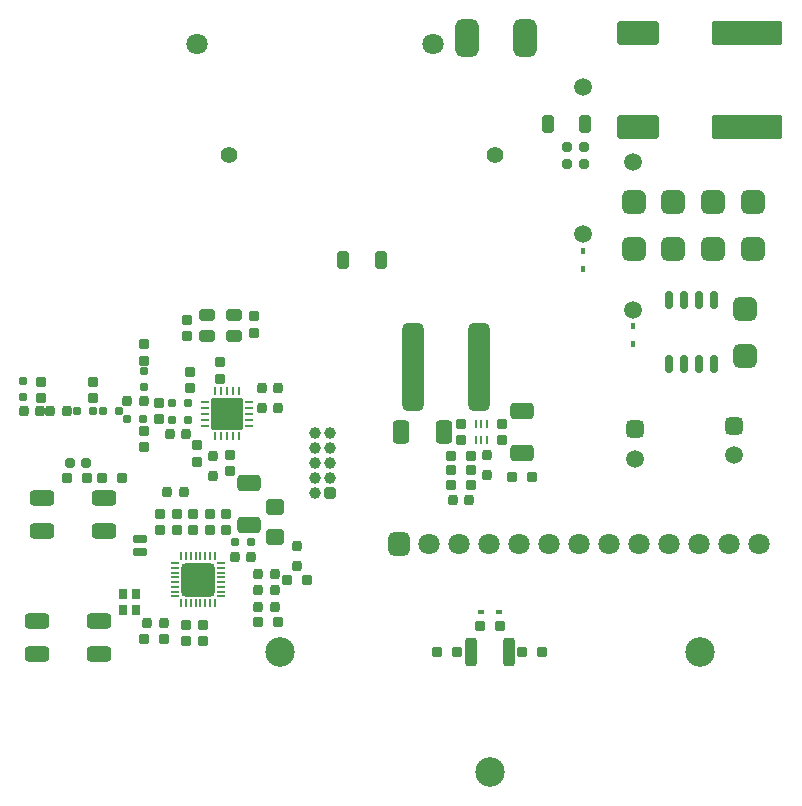
<source format=gbr>
%TF.GenerationSoftware,KiCad,Pcbnew,8.0.6-1.fc40*%
%TF.CreationDate,2024-12-16T09:47:34-08:00*%
%TF.ProjectId,energy_meter,656e6572-6779-45f6-9d65-7465722e6b69,0*%
%TF.SameCoordinates,Original*%
%TF.FileFunction,Soldermask,Top*%
%TF.FilePolarity,Negative*%
%FSLAX46Y46*%
G04 Gerber Fmt 4.6, Leading zero omitted, Abs format (unit mm)*
G04 Created by KiCad (PCBNEW 8.0.6-1.fc40) date 2024-12-16 09:47:34*
%MOMM*%
%LPD*%
G01*
G04 APERTURE LIST*
G04 Aperture macros list*
%AMRoundRect*
0 Rectangle with rounded corners*
0 $1 Rounding radius*
0 $2 $3 $4 $5 $6 $7 $8 $9 X,Y pos of 4 corners*
0 Add a 4 corners polygon primitive as box body*
4,1,4,$2,$3,$4,$5,$6,$7,$8,$9,$2,$3,0*
0 Add four circle primitives for the rounded corners*
1,1,$1+$1,$2,$3*
1,1,$1+$1,$4,$5*
1,1,$1+$1,$6,$7*
1,1,$1+$1,$8,$9*
0 Add four rect primitives between the rounded corners*
20,1,$1+$1,$2,$3,$4,$5,0*
20,1,$1+$1,$4,$5,$6,$7,0*
20,1,$1+$1,$6,$7,$8,$9,0*
20,1,$1+$1,$8,$9,$2,$3,0*%
G04 Aperture macros list end*
%ADD10RoundRect,0.200000X0.250000X-0.200000X0.250000X0.200000X-0.250000X0.200000X-0.250000X-0.200000X0*%
%ADD11RoundRect,0.500000X-0.500000X0.500000X-0.500000X-0.500000X0.500000X-0.500000X0.500000X0.500000X0*%
%ADD12RoundRect,0.108333X0.216667X0.241667X-0.216667X0.241667X-0.216667X-0.241667X0.216667X-0.241667X0*%
%ADD13RoundRect,0.325000X-0.725000X-0.325000X0.725000X-0.325000X0.725000X0.325000X-0.725000X0.325000X0*%
%ADD14RoundRect,0.200000X0.200000X0.250000X-0.200000X0.250000X-0.200000X-0.250000X0.200000X-0.250000X0*%
%ADD15RoundRect,0.500000X0.500000X-0.500000X0.500000X0.500000X-0.500000X0.500000X-0.500000X-0.500000X0*%
%ADD16RoundRect,0.200000X-0.200000X0.200000X-0.200000X-0.200000X0.200000X-0.200000X0.200000X0.200000X0*%
%ADD17RoundRect,0.200000X0.250000X0.200000X-0.250000X0.200000X-0.250000X-0.200000X0.250000X-0.200000X0*%
%ADD18RoundRect,0.100000X-0.100000X0.140000X-0.100000X-0.140000X0.100000X-0.140000X0.100000X0.140000X0*%
%ADD19RoundRect,0.250000X0.250000X-0.250000X0.250000X0.250000X-0.250000X0.250000X-0.250000X-0.250000X0*%
%ADD20C,1.000000*%
%ADD21RoundRect,0.250000X0.250000X0.950000X-0.250000X0.950000X-0.250000X-0.950000X0.250000X-0.950000X0*%
%ADD22RoundRect,0.450000X0.450000X3.300000X-0.450000X3.300000X-0.450000X-3.300000X0.450000X-3.300000X0*%
%ADD23RoundRect,0.200000X-0.250000X0.200000X-0.250000X-0.200000X0.250000X-0.200000X0.250000X0.200000X0*%
%ADD24RoundRect,0.200000X-0.200000X0.250000X-0.200000X-0.250000X0.200000X-0.250000X0.200000X0.250000X0*%
%ADD25RoundRect,0.200000X-0.200000X-0.250000X0.200000X-0.250000X0.200000X0.250000X-0.200000X0.250000X0*%
%ADD26RoundRect,0.175000X-0.475000X-0.350000X0.475000X-0.350000X0.475000X0.350000X-0.475000X0.350000X0*%
%ADD27RoundRect,0.108333X-0.216667X-0.241667X0.216667X-0.241667X0.216667X0.241667X-0.216667X0.241667X0*%
%ADD28RoundRect,0.100000X-0.140000X-0.100000X0.140000X-0.100000X0.140000X0.100000X-0.140000X0.100000X0*%
%ADD29RoundRect,0.350000X-0.650000X0.350000X-0.650000X-0.350000X0.650000X-0.350000X0.650000X0.350000X0*%
%ADD30RoundRect,0.375000X-0.375000X0.375000X-0.375000X-0.375000X0.375000X-0.375000X0.375000X0.375000X0*%
%ADD31C,1.500000*%
%ADD32RoundRect,0.200000X-0.250000X-0.200000X0.250000X-0.200000X0.250000X0.200000X-0.250000X0.200000X0*%
%ADD33RoundRect,0.187500X0.187500X-0.237500X0.187500X0.237500X-0.187500X0.237500X-0.187500X-0.237500X0*%
%ADD34C,1.400000*%
%ADD35RoundRect,0.350000X0.650000X-0.350000X0.650000X0.350000X-0.650000X0.350000X-0.650000X-0.350000X0*%
%ADD36RoundRect,0.450000X-0.450000X-0.550000X0.450000X-0.550000X0.450000X0.550000X-0.450000X0.550000X0*%
%ADD37C,1.800000*%
%ADD38RoundRect,0.490000X0.490000X1.085000X-0.490000X1.085000X-0.490000X-1.085000X0.490000X-1.085000X0*%
%ADD39RoundRect,0.250000X-0.250000X-0.500000X0.250000X-0.500000X0.250000X0.500000X-0.250000X0.500000X0*%
%ADD40RoundRect,0.280000X-1.120000X-1.120000X1.120000X-1.120000X1.120000X1.120000X-1.120000X1.120000X0*%
%ADD41RoundRect,0.055000X0.325000X-0.055000X0.325000X0.055000X-0.325000X0.055000X-0.325000X-0.055000X0*%
%ADD42RoundRect,0.055000X0.055000X0.325000X-0.055000X0.325000X-0.055000X-0.325000X0.055000X-0.325000X0*%
%ADD43RoundRect,0.055000X-0.325000X0.055000X-0.325000X-0.055000X0.325000X-0.055000X0.325000X0.055000X0*%
%ADD44RoundRect,0.055000X-0.055000X-0.325000X0.055000X-0.325000X0.055000X0.325000X-0.055000X0.325000X0*%
%ADD45RoundRect,0.350000X-0.450000X0.350000X-0.450000X-0.350000X0.450000X-0.350000X0.450000X0.350000X0*%
%ADD46RoundRect,0.202500X-1.147500X1.147500X-1.147500X-1.147500X1.147500X-1.147500X1.147500X1.147500X0*%
%ADD47RoundRect,0.060000X0.240000X0.060000X-0.240000X0.060000X-0.240000X-0.060000X0.240000X-0.060000X0*%
%ADD48RoundRect,0.060000X-0.060000X0.240000X-0.060000X-0.240000X0.060000X-0.240000X0.060000X0.240000X0*%
%ADD49RoundRect,0.060000X-0.240000X-0.060000X0.240000X-0.060000X0.240000X0.060000X-0.240000X0.060000X0*%
%ADD50RoundRect,0.060000X0.060000X-0.240000X0.060000X0.240000X-0.060000X0.240000X-0.060000X-0.240000X0*%
%ADD51RoundRect,0.150000X0.150000X0.625000X-0.150000X0.625000X-0.150000X-0.625000X0.150000X-0.625000X0*%
%ADD52RoundRect,0.108333X0.241667X-0.216667X0.241667X0.216667X-0.241667X0.216667X-0.241667X-0.216667X0*%
%ADD53RoundRect,0.062500X0.062500X0.237500X-0.062500X0.237500X-0.062500X-0.237500X0.062500X-0.237500X0*%
%ADD54RoundRect,0.200000X-0.200000X-0.200000X0.200000X-0.200000X0.200000X0.200000X-0.200000X0.200000X0*%
%ADD55RoundRect,0.350000X-0.350000X-0.650000X0.350000X-0.650000X0.350000X0.650000X-0.350000X0.650000X0*%
%ADD56RoundRect,0.200000X2.800000X0.800000X-2.800000X0.800000X-2.800000X-0.800000X2.800000X-0.800000X0*%
%ADD57RoundRect,0.200000X1.550000X0.800000X-1.550000X0.800000X-1.550000X-0.800000X1.550000X-0.800000X0*%
%ADD58RoundRect,0.200000X0.200000X-0.200000X0.200000X0.200000X-0.200000X0.200000X-0.200000X-0.200000X0*%
%ADD59RoundRect,0.175000X-0.425000X0.175000X-0.425000X-0.175000X0.425000X-0.175000X0.425000X0.175000X0*%
%ADD60C,2.500000*%
G04 APERTURE END LIST*
D10*
%TO.C,C602*%
X114600000Y-76100000D03*
X114600000Y-74700000D03*
%TD*%
D11*
%TO.C,D202*%
X152200000Y-60290000D03*
X152200000Y-64290000D03*
%TD*%
D12*
%TO.C,L602*%
X114425000Y-78750000D03*
X113075000Y-78750000D03*
%TD*%
D13*
%TO.C,S502*%
X101700000Y-95800000D03*
X106900000Y-95800000D03*
X101700000Y-98600000D03*
X106900000Y-98600000D03*
%TD*%
D14*
%TO.C,C501*%
X112400000Y-96000000D03*
X111000000Y-96000000D03*
%TD*%
D15*
%TO.C,D205*%
X158900000Y-64290000D03*
X158900000Y-60290000D03*
%TD*%
D16*
%TO.C,D207*%
X148000000Y-55700000D03*
X148000000Y-57100000D03*
%TD*%
D17*
%TO.C,R207*%
X138400000Y-83050000D03*
X136700000Y-83050000D03*
%TD*%
D18*
%TO.C,D302*%
X152100000Y-70800000D03*
X152100000Y-72300000D03*
%TD*%
D19*
%TO.C,J401*%
X126500000Y-84980000D03*
D20*
X125230000Y-84980000D03*
X126500000Y-83710000D03*
X125230000Y-83710000D03*
X126500000Y-82440000D03*
X125230000Y-82440000D03*
X126500000Y-81170000D03*
X125230000Y-81170000D03*
X126500000Y-79900000D03*
X125230000Y-79900000D03*
%TD*%
D10*
%TO.C,C204*%
X137550000Y-80500000D03*
X137550000Y-79100000D03*
%TD*%
D17*
%TO.C,R205*%
X138400000Y-81800000D03*
X136700000Y-81800000D03*
%TD*%
D21*
%TO.C,R302*%
X141600000Y-98400000D03*
X138400000Y-98400000D03*
%TD*%
D14*
%TO.C,C615*%
X104200000Y-78000000D03*
X102800000Y-78000000D03*
%TD*%
D17*
%TO.C,R303*%
X137250000Y-98400000D03*
X135550000Y-98400000D03*
%TD*%
D10*
%TO.C,C616*%
X102000000Y-76950000D03*
X102000000Y-75550000D03*
%TD*%
D18*
%TO.C,D301*%
X147900000Y-64450000D03*
X147900000Y-65950000D03*
%TD*%
D22*
%TO.C,L201*%
X139100000Y-74300000D03*
X133500000Y-74300000D03*
%TD*%
D23*
%TO.C,C604*%
X115200000Y-80900000D03*
X115200000Y-82300000D03*
%TD*%
D10*
%TO.C,C404*%
X117700000Y-88100000D03*
X117700000Y-86700000D03*
%TD*%
D14*
%TO.C,C603*%
X114300000Y-80000000D03*
X112900000Y-80000000D03*
%TD*%
D24*
%TO.C,R308*%
X123700000Y-89450000D03*
X123700000Y-91150000D03*
%TD*%
D25*
%TO.C,C605*%
X120700000Y-77800000D03*
X122100000Y-77800000D03*
%TD*%
D12*
%TO.C,L606*%
X106425000Y-78000000D03*
X105075000Y-78000000D03*
%TD*%
D14*
%TO.C,C303*%
X121800000Y-93200000D03*
X120400000Y-93200000D03*
%TD*%
D26*
%TO.C,X601*%
X116050000Y-71675000D03*
X118350000Y-71675000D03*
X118350000Y-69925000D03*
X116050000Y-69925000D03*
%TD*%
D27*
%TO.C,L401*%
X118425000Y-89100000D03*
X119775000Y-89100000D03*
%TD*%
D14*
%TO.C,C205*%
X138250000Y-85550000D03*
X136850000Y-85550000D03*
%TD*%
D28*
%TO.C,D303*%
X139250000Y-95000000D03*
X140750000Y-95000000D03*
%TD*%
D29*
%TO.C,C201*%
X142750000Y-78000000D03*
X142750000Y-81600000D03*
%TD*%
D30*
%TO.C,C208*%
X160700000Y-79250000D03*
D31*
X160700000Y-81750000D03*
%TD*%
D23*
%TO.C,C202*%
X141050000Y-79100000D03*
X141050000Y-80500000D03*
%TD*%
D32*
%TO.C,R307*%
X120350000Y-95900000D03*
X122050000Y-95900000D03*
%TD*%
D15*
%TO.C,D206*%
X161600000Y-73337500D03*
X161600000Y-69337500D03*
%TD*%
D33*
%TO.C,X401*%
X110025000Y-94875000D03*
X110025000Y-93525000D03*
X108975000Y-93525000D03*
X108975000Y-94875000D03*
%TD*%
D10*
%TO.C,C611*%
X110700000Y-81100000D03*
X110700000Y-79700000D03*
%TD*%
%TO.C,C612*%
X110700000Y-73775000D03*
X110700000Y-72375000D03*
%TD*%
%TO.C,C411*%
X116300000Y-88100000D03*
X116300000Y-86700000D03*
%TD*%
D23*
%TO.C,C610*%
X112000000Y-77300000D03*
X112000000Y-78700000D03*
%TD*%
D34*
%TO.C,C203*%
X117950000Y-56300000D03*
X140450000Y-56300000D03*
%TD*%
D17*
%TO.C,R301*%
X144450000Y-98400000D03*
X142750000Y-98400000D03*
%TD*%
D25*
%TO.C,C301*%
X120400000Y-94600000D03*
X121800000Y-94600000D03*
%TD*%
%TO.C,C607*%
X120700000Y-76100000D03*
X122100000Y-76100000D03*
%TD*%
D35*
%TO.C,C401*%
X119600000Y-87700000D03*
X119600000Y-84100000D03*
%TD*%
D36*
%TO.C,J501*%
X132320000Y-89300000D03*
D37*
X134860000Y-89300000D03*
X137400000Y-89300000D03*
X139940000Y-89300000D03*
X142480000Y-89300000D03*
X145020000Y-89300000D03*
X147560000Y-89300000D03*
X150100000Y-89300000D03*
X152640000Y-89300000D03*
X155180000Y-89300000D03*
X157720000Y-89300000D03*
X160260000Y-89300000D03*
X162800000Y-89300000D03*
%TD*%
D38*
%TO.C,F201*%
X142955000Y-46400000D03*
X138045000Y-46400000D03*
%TD*%
D10*
%TO.C,C403*%
X112100000Y-88100000D03*
X112100000Y-86700000D03*
%TD*%
D17*
%TO.C,R502*%
X105900000Y-83650000D03*
X104200000Y-83650000D03*
%TD*%
D32*
%TO.C,R309*%
X122850000Y-92300000D03*
X124550000Y-92300000D03*
%TD*%
D14*
%TO.C,C402*%
X114100000Y-84900000D03*
X112700000Y-84900000D03*
%TD*%
D39*
%TO.C,R201*%
X144900000Y-53700000D03*
X148100000Y-53700000D03*
%TD*%
D17*
%TO.C,R501*%
X108900000Y-83650000D03*
X107200000Y-83650000D03*
%TD*%
D12*
%TO.C,L601*%
X114425000Y-77300000D03*
X113075000Y-77300000D03*
%TD*%
D10*
%TO.C,C405*%
X114900000Y-88100000D03*
X114900000Y-86700000D03*
%TD*%
%TO.C,C614*%
X106400000Y-76950000D03*
X106400000Y-75550000D03*
%TD*%
D40*
%TO.C,U401*%
X115300000Y-92300000D03*
D41*
X113315000Y-90900000D03*
X113315000Y-91300000D03*
X113315000Y-91700000D03*
X113315000Y-92100000D03*
X113315000Y-92500000D03*
X113315000Y-92900000D03*
X113315000Y-93300000D03*
X113315000Y-93700000D03*
D42*
X113900000Y-94285000D03*
X114300000Y-94285000D03*
X114700000Y-94285000D03*
X115100000Y-94285000D03*
X115500000Y-94285000D03*
X115900000Y-94285000D03*
X116300000Y-94285000D03*
X116700000Y-94285000D03*
D43*
X117285000Y-93700000D03*
X117285000Y-93300000D03*
X117285000Y-92900000D03*
X117285000Y-92500000D03*
X117285000Y-92100000D03*
X117285000Y-91700000D03*
X117285000Y-91300000D03*
X117285000Y-90900000D03*
D44*
X116700000Y-90315000D03*
X116300000Y-90315000D03*
X115900000Y-90315000D03*
X115500000Y-90315000D03*
X115100000Y-90315000D03*
X114700000Y-90315000D03*
X114300000Y-90315000D03*
X113900000Y-90315000D03*
%TD*%
D12*
%TO.C,L604*%
X110675000Y-78700000D03*
X109325000Y-78700000D03*
%TD*%
D13*
%TO.C,S501*%
X102100000Y-85400000D03*
X107300000Y-85400000D03*
X102100000Y-88200000D03*
X107300000Y-88200000D03*
%TD*%
D24*
%TO.C,R601*%
X116600000Y-81800000D03*
X116600000Y-83500000D03*
%TD*%
D10*
%TO.C,C406*%
X113500000Y-88100000D03*
X113500000Y-86700000D03*
%TD*%
D23*
%TO.C,C606*%
X118000000Y-81700000D03*
X118000000Y-83100000D03*
%TD*%
D17*
%TO.C,R304*%
X140850000Y-96200000D03*
X139150000Y-96200000D03*
%TD*%
D23*
%TO.C,C408*%
X114300000Y-96100000D03*
X114300000Y-97500000D03*
%TD*%
D45*
%TO.C,C410*%
X121800000Y-86100000D03*
X121800000Y-88700000D03*
%TD*%
D46*
%TO.C,U601*%
X117750000Y-78250000D03*
D47*
X119650000Y-79250000D03*
X119650000Y-78750000D03*
X119650000Y-78250000D03*
X119650000Y-77750000D03*
X119650000Y-77250000D03*
D48*
X118750000Y-76350000D03*
X118250000Y-76350000D03*
X117750000Y-76350000D03*
X117250000Y-76350000D03*
X116750000Y-76350000D03*
D49*
X115850000Y-77250000D03*
X115850000Y-77750000D03*
X115850000Y-78250000D03*
X115850000Y-78750000D03*
X115850000Y-79250000D03*
D50*
X116750000Y-80150000D03*
X117250000Y-80150000D03*
X117750000Y-80150000D03*
X118250000Y-80150000D03*
D48*
X118750000Y-80150000D03*
%TD*%
D51*
%TO.C,U202*%
X159005000Y-68637500D03*
X157735000Y-68637500D03*
X156465000Y-68637500D03*
X155195000Y-68637500D03*
X155195000Y-74037500D03*
X156465000Y-74037500D03*
X157735000Y-74037500D03*
X159005000Y-74037500D03*
%TD*%
D24*
%TO.C,R206*%
X139800000Y-81700000D03*
X139800000Y-83400000D03*
%TD*%
D52*
%TO.C,L607*%
X100500000Y-76862500D03*
X100500000Y-75512500D03*
%TD*%
D53*
%TO.C,U201*%
X139800000Y-79100000D03*
X139300000Y-79100000D03*
X138800000Y-79100000D03*
X138800000Y-80500000D03*
X139300000Y-80500000D03*
X139800000Y-80500000D03*
%TD*%
D54*
%TO.C,D501*%
X104450000Y-82450000D03*
X105850000Y-82450000D03*
%TD*%
D12*
%TO.C,L605*%
X108625000Y-78000000D03*
X107275000Y-78000000D03*
%TD*%
D32*
%TO.C,R503*%
X110750000Y-97300000D03*
X112450000Y-97300000D03*
%TD*%
D55*
%TO.C,C206*%
X132500000Y-79800000D03*
X136100000Y-79800000D03*
%TD*%
D14*
%TO.C,C617*%
X101950000Y-78000000D03*
X100550000Y-78000000D03*
%TD*%
D17*
%TO.C,R208*%
X138400000Y-84300000D03*
X136700000Y-84300000D03*
%TD*%
D56*
%TO.C,J101*%
X161800000Y-46000000D03*
X161800000Y-54000000D03*
D57*
X152550000Y-46000000D03*
X152550000Y-54000000D03*
%TD*%
D15*
%TO.C,D204*%
X155550000Y-64290000D03*
X155550000Y-60290000D03*
%TD*%
D23*
%TO.C,C409*%
X115700000Y-96100000D03*
X115700000Y-97500000D03*
%TD*%
D17*
%TO.C,R203*%
X143550000Y-83600000D03*
X141850000Y-83600000D03*
%TD*%
D11*
%TO.C,D203*%
X162300000Y-60290000D03*
X162300000Y-64290000D03*
%TD*%
D14*
%TO.C,C302*%
X121800000Y-91800000D03*
X120400000Y-91800000D03*
%TD*%
D58*
%TO.C,D201*%
X146500000Y-57100000D03*
X146500000Y-55700000D03*
%TD*%
D59*
%TO.C,X402*%
X110400000Y-88850000D03*
X110400000Y-89950000D03*
%TD*%
D10*
%TO.C,C601*%
X117200000Y-75300000D03*
X117200000Y-73900000D03*
%TD*%
%TO.C,C609*%
X114400000Y-71700000D03*
X114400000Y-70300000D03*
%TD*%
D25*
%TO.C,C407*%
X118400000Y-90400000D03*
X119800000Y-90400000D03*
%TD*%
D52*
%TO.C,L603*%
X110700000Y-76000000D03*
X110700000Y-74650000D03*
%TD*%
D14*
%TO.C,C613*%
X110700000Y-77175000D03*
X109300000Y-77175000D03*
%TD*%
D30*
%TO.C,C207*%
X152300000Y-79550000D03*
D31*
X152300000Y-82050000D03*
%TD*%
D39*
%TO.C,R204*%
X127600000Y-65225000D03*
X130800000Y-65225000D03*
%TD*%
D23*
%TO.C,C608*%
X120000000Y-70000000D03*
X120000000Y-71400000D03*
%TD*%
D60*
%TO.C,T301*%
X140000000Y-108580000D03*
X157780000Y-98420000D03*
X122220000Y-98420000D03*
%TD*%
D31*
%TO.C,R306*%
X152100000Y-56950000D03*
X152100000Y-69450000D03*
%TD*%
D37*
%TO.C,R202*%
X135200000Y-46900000D03*
X115200000Y-46900000D03*
%TD*%
D31*
%TO.C,R305*%
X147900000Y-50550000D03*
X147900000Y-63050000D03*
%TD*%
M02*

</source>
